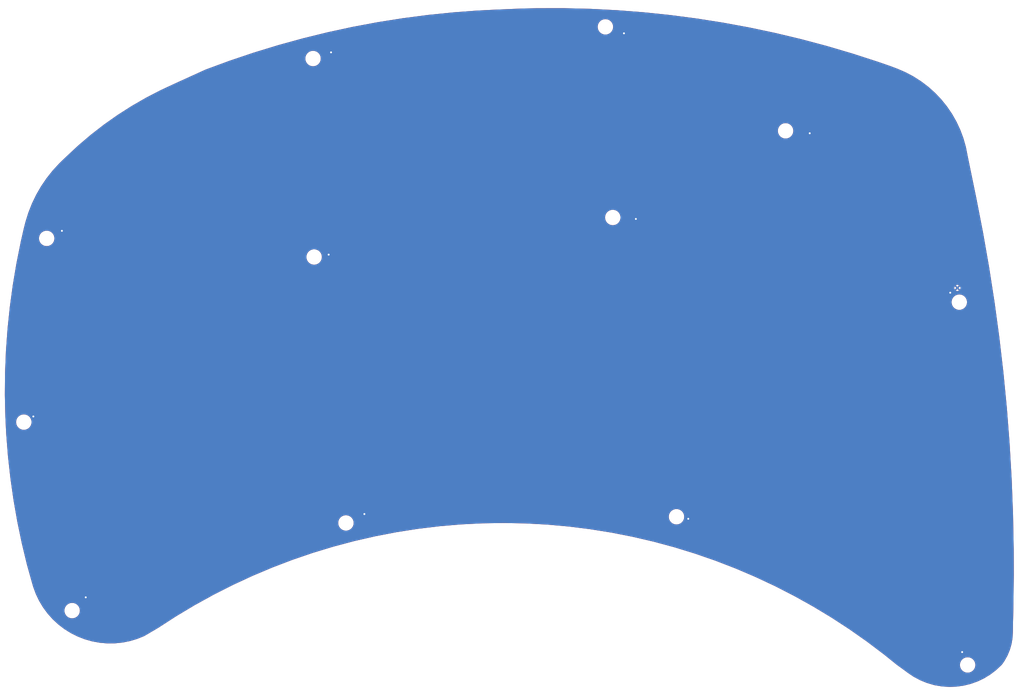
<source format=kicad_pcb>
(kicad_pcb (version 20171130) (host pcbnew "(5.1.5)-3")

  (general
    (thickness 1.6)
    (drawings 41)
    (tracks 12)
    (zones 0)
    (modules 1)
    (nets 2)
  )

  (page User 210.007 148.006)
  (title_block
    (title fan74)
    (rev v1.0)
  )

  (layers
    (0 F.Cu signal)
    (31 B.Cu signal)
    (32 B.Adhes user)
    (33 F.Adhes user)
    (34 B.Paste user)
    (35 F.Paste user)
    (36 B.SilkS user)
    (37 F.SilkS user)
    (38 B.Mask user)
    (39 F.Mask user)
    (40 Dwgs.User user)
    (41 Cmts.User user hide)
    (42 Eco1.User user)
    (43 Eco2.User user)
    (44 Edge.Cuts user)
    (45 Margin user)
    (46 B.CrtYd user)
    (47 F.CrtYd user)
    (48 B.Fab user)
    (49 F.Fab user)
  )

  (setup
    (last_trace_width 0.25)
    (user_trace_width 0.25)
    (user_trace_width 0.5)
    (trace_clearance 0.2)
    (zone_clearance 0.508)
    (zone_45_only no)
    (trace_min 0.2)
    (via_size 0.8)
    (via_drill 0.4)
    (via_min_size 0.4)
    (via_min_drill 0.3)
    (uvia_size 0.3)
    (uvia_drill 0.1)
    (uvias_allowed no)
    (uvia_min_size 0.2)
    (uvia_min_drill 0.1)
    (edge_width 0.1)
    (segment_width 0.2)
    (pcb_text_width 0.3)
    (pcb_text_size 1.5 1.5)
    (mod_edge_width 0.15)
    (mod_text_size 1 1)
    (mod_text_width 0.15)
    (pad_size 0.3 0.3)
    (pad_drill 0)
    (pad_to_mask_clearance 0)
    (aux_axis_origin 0 0)
    (visible_elements 7FFFF7FF)
    (pcbplotparams
      (layerselection 0x010f0_ffffffff)
      (usegerberextensions false)
      (usegerberattributes false)
      (usegerberadvancedattributes false)
      (creategerberjobfile false)
      (excludeedgelayer true)
      (linewidth 0.100000)
      (plotframeref false)
      (viasonmask false)
      (mode 1)
      (useauxorigin false)
      (hpglpennumber 1)
      (hpglpenspeed 20)
      (hpglpendiameter 15.000000)
      (psnegative false)
      (psa4output false)
      (plotreference false)
      (plotvalue false)
      (plotinvisibletext false)
      (padsonsilk true)
      (subtractmaskfromsilk false)
      (outputformat 1)
      (mirror false)
      (drillshape 0)
      (scaleselection 1)
      (outputdirectory "gbr/"))
  )

  (net 0 "")
  (net 1 GND)

  (net_class Default "これはデフォルトのネット クラスです。"
    (clearance 0.2)
    (trace_width 0.25)
    (via_dia 0.8)
    (via_drill 0.4)
    (uvia_dia 0.3)
    (uvia_drill 0.1)
    (add_net GND)
  )

  (net_class Power ""
    (clearance 0.3)
    (trace_width 0.5)
    (via_dia 0.8)
    (via_drill 0.4)
    (uvia_dia 0.3)
    (uvia_drill 0.1)
  )

  (module kbd:GND_pad_dot (layer F.Cu) (tedit 5E6FA579) (tstamp 5E6FFA6E)
    (at 201 60.5)
    (path /5E706D68)
    (fp_text reference H1 (at 0 -2.54) (layer F.SilkS) hide
      (effects (font (size 1 1) (thickness 0.15)))
    )
    (fp_text value MountingHole_Pad (at 0.05 1.85) (layer F.Fab) hide
      (effects (font (size 1 1) (thickness 0.15)))
    )
    (pad 3 smd circle (at 0 0) (size 0.3 0.3) (layers B.Cu)
      (net 1 GND))
    (pad 1 smd circle (at 0 0) (size 0.3 0.3) (layers F.Cu)
      (net 1 GND))
  )

  (gr_circle (center 201.402 63.485) (end 202.501999 63.485) (layer Edge.Cuts) (width 0.001))
  (gr_circle (center 203.154 139.71) (end 204.254 139.71) (layer Edge.Cuts) (width 0.001))
  (gr_circle (center 65.9526 53.9959) (end 67.0526 53.9959) (layer Edge.Cuts) (width 0.001))
  (gr_circle (center 128.652999 45.6959) (end 129.752999 45.6959) (layer Edge.Cuts) (width 0.001))
  (gr_circle (center 15.1467 128.288) (end 16.2467 128.288) (layer Edge.Cuts) (width 0.001))
  (gr_circle (center 72.6283 109.87) (end 73.728299 109.87) (layer Edge.Cuts) (width 0.001))
  (gr_circle (center 9.802 50.085) (end 10.902 50.085) (layer Edge.Cuts) (width 0.001))
  (gr_circle (center 127.103 5.64594) (end 128.203 5.64594) (layer Edge.Cuts) (width 0.001))
  (gr_circle (center 65.7257 12.2997) (end 66.8257 12.2997) (layer Edge.Cuts) (width 0.001))
  (gr_circle (center 5.002 88.685) (end 6.102 88.685) (layer Edge.Cuts) (width 0.001))
  (gr_circle (center 142.028 108.57) (end 143.128 108.57) (layer Edge.Cuts) (width 0.001))
  (gr_circle (center 164.929 27.489) (end 166.029 27.489) (layer Edge.Cuts) (width 0.001))
  (gr_line (start 210.557 140.148) (end 210.56 140.144) (layer Edge.Cuts) (width 0.001))
  (gr_arc (start 199.499 129.418) (end 189.904114 141.473512) (angle -25) (layer Edge.Cuts) (width 0.001))
  (gr_arc (start 199.499 129.418) (end 195.89796 144.398979) (angle -59.3774) (layer Edge.Cuts) (width 0.001))
  (gr_line (start 213.181 130.883999) (end 213.155 132.704) (layer Edge.Cuts) (width 0.001))
  (gr_arc (start -174.746 119.331) (end 213.180994 130.884386) (angle -1.4878) (layer Edge.Cuts) (width 0.001))
  (gr_arc (start 201.363 132.808) (end 210.810713 139.864843) (angle -37.262715) (layer Edge.Cuts) (width 0.001))
  (gr_arc (start 115.804 215.467) (end 112.752494 1.218729) (angle -2.32) (layer Edge.Cuts) (width 0.001))
  (gr_line (start 104.082 1.5179) (end 100.095 1.7231) (layer Edge.Cuts) (width 0.001))
  (gr_line (start 42.973 14.1481) (end 36.081 17.2844) (layer Edge.Cuts) (width 0.001))
  (gr_arc (start 111.947 193.728) (end 100.095793 1.722399) (angle -17.479) (layer Edge.Cuts) (width 0.001))
  (gr_arc (start 32.220999 53.9344) (end 12.680944 33.38446) (angle -31.2) (layer Edge.Cuts) (width 0.001))
  (gr_line (start 4.862 46.4791) (end 4.481 47.9844) (layer Edge.Cuts) (width 0.001))
  (gr_line (start 187.958 140.061) (end 189.905 141.474) (layer Edge.Cuts) (width 0.001))
  (gr_line (start 33.4733 132.346) (end 30.5022 134.094) (layer Edge.Cuts) (width 0.001))
  (gr_line (start 13.552 32.555) (end 12.681 33.3844) (layer Edge.Cuts) (width 0.001))
  (gr_arc (start 67.408 87.755) (end 36.081093 17.28441) (angle -20.327) (layer Edge.Cuts) (width 0.001))
  (gr_line (start 6.229 122.553) (end 5.1625 118.743) (layer Edge.Cuts) (width 0.001))
  (gr_arc (start 148.081 81.984) (end 4.480852 47.985432) (angle -15.484) (layer Edge.Cuts) (width 0.001))
  (gr_arc (start 23.187 118.183) (end 6.228978 122.552857) (angle -100.2409) (layer Edge.Cuts) (width 0.001))
  (gr_line (start 205.46 41.4573) (end 203.654 32.6882) (layer Edge.Cuts) (width 0.001))
  (gr_arc (start 105.55 239.644) (end 187.95843 140.061172) (angle -73.5) (layer Edge.Cuts) (width 0.001))
  (gr_line (start 210.811 139.864) (end 210.56 140.144) (layer Edge.Cuts) (width 0.001))
  (gr_line (start 186.966 13.3611) (end 188.669 14.0019) (layer Edge.Cuts) (width 0.001))
  (gr_arc (start 179.964 36.334) (end 203.653791 32.68813) (angle -59.9558) (layer Edge.Cuts) (width 0.001))
  (gr_arc (start 115.802 215.448) (end 186.967854 13.361602) (angle -20.2155) (layer Edge.Cuts) (width 0.001))
  (gr_arc (start 148.08 81.984) (end 0.61624 87.556197) (angle -12.26) (layer Edge.Cuts) (width 0.001))
  (gr_arc (start -174.746 119.331) (end 213.350188 120.808319) (angle -11.7933) (layer Edge.Cuts) (width 0.001))
  (dimension 145 (width 0.15) (layer Cmts.User) (tstamp 5E6DBECA)
    (gr_text "145.000 mm" (at 229.15 72.5 270) (layer Cmts.User) (tstamp 5E6DBECA)
      (effects (font (size 10 10) (thickness 1)))
    )
    (feature1 (pts (xy 214 145) (xy 218.586421 145)))
    (feature2 (pts (xy 214 0) (xy 218.586421 0)))
    (crossbar (pts (xy 218 0) (xy 218 145)))
    (arrow1a (pts (xy 218 145) (xy 217.413579 143.873496)))
    (arrow1b (pts (xy 218 145) (xy 218.586421 143.873496)))
    (arrow2a (pts (xy 218 0) (xy 217.413579 1.126504)))
    (arrow2b (pts (xy 218 0) (xy 218.586421 1.126504)))
  )
  (dimension 214 (width 0.15) (layer Cmts.User) (tstamp 5E6D47E9)
    (gr_text "214.000 mm" (at 107 160.15) (layer Cmts.User) (tstamp 5E6D47E9)
      (effects (font (size 10 10) (thickness 1)))
    )
    (feature1 (pts (xy 214 145) (xy 214 149.586421)))
    (feature2 (pts (xy 0 145) (xy 0 149.586421)))
    (crossbar (pts (xy 0 149) (xy 214 149)))
    (arrow1a (pts (xy 214 149) (xy 212.873496 149.586421)))
    (arrow1b (pts (xy 214 149) (xy 212.873496 148.413579)))
    (arrow2a (pts (xy 0 149) (xy 1.126504 149.586421)))
    (arrow2b (pts (xy 0 149) (xy 1.126504 148.413579)))
  )

  (via (at 199.5 61.5) (size 0.8) (drill 0.4) (layers F.Cu B.Cu) (net 1))
  (via (at 7 87.5) (size 0.8) (drill 0.4) (layers F.Cu B.Cu) (net 1))
  (via (at 69 53.5) (size 0.8) (drill 0.4) (layers F.Cu B.Cu) (net 1))
  (via (at 133.5 46) (size 0.8) (drill 0.4) (layers F.Cu B.Cu) (net 1))
  (via (at 69.5 11) (size 0.8) (drill 0.4) (layers F.Cu B.Cu) (net 1))
  (via (at 13 48.5) (size 0.8) (drill 0.4) (layers F.Cu B.Cu) (net 1))
  (via (at 131 7) (size 0.8) (drill 0.4) (layers F.Cu B.Cu) (net 1))
  (via (at 170 28) (size 0.8) (drill 0.4) (layers F.Cu B.Cu) (net 1))
  (via (at 18 125.5) (size 0.8) (drill 0.4) (layers F.Cu B.Cu) (net 1))
  (via (at 76.5 108) (size 0.8) (drill 0.4) (layers F.Cu B.Cu) (net 1))
  (via (at 144.5 109) (size 0.8) (drill 0.4) (layers F.Cu B.Cu) (net 1))
  (via (at 202 137) (size 0.8) (drill 0.4) (layers F.Cu B.Cu) (net 1))

  (zone (net 1) (net_name GND) (layer B.Cu) (tstamp 0) (hatch edge 0.508)
    (connect_pads (clearance 0.508))
    (min_thickness 0.254)
    (fill yes (arc_segments 32) (thermal_gap 0.508) (thermal_bridge_width 0.508))
    (polygon
      (pts
        (xy 215 145) (xy 0 145) (xy 0 0) (xy 215 0)
      )
    )
    (filled_polygon
      (pts
        (xy 123.944475 1.987796) (xy 129.529424 2.274089) (xy 135.10499 2.706483) (xy 140.667253 3.284672) (xy 146.212567 4.008278)
        (xy 151.736979 4.876786) (xy 157.236765 5.889609) (xy 162.70816 7.046054) (xy 168.147389 8.345323) (xy 173.550781 9.786537)
        (xy 178.914589 11.368702) (xy 184.237197 13.091397) (xy 186.745956 13.957302) (xy 188.429077 14.590621) (xy 190.153926 15.34401)
        (xy 191.804482 16.228846) (xy 193.378754 17.243199) (xy 194.866599 18.380537) (xy 196.258444 19.63354) (xy 197.54532 20.994135)
        (xy 198.718923 22.45354) (xy 199.771718 24.002392) (xy 200.696894 25.630663) (xy 201.488507 27.327896) (xy 202.141454 29.083148)
        (xy 202.65153 30.88512) (xy 203.01784 32.73428) (xy 203.024053 32.774281) (xy 203.025268 32.785821) (xy 204.835379 41.574887)
        (xy 204.836146 41.578954) (xy 206.259887 48.886305) (xy 207.542033 56.213637) (xy 208.683272 63.564207) (xy 209.683189 70.935343)
        (xy 210.541418 78.32433) (xy 211.257632 85.728358) (xy 211.831583 93.144862) (xy 212.263048 100.570995) (xy 212.551872 108.004084)
        (xy 212.697962 115.442085) (xy 212.714675 120.805048) (xy 212.614918 128.245843) (xy 212.546448 130.839844) (xy 212.546011 130.843714)
        (xy 212.519789 132.679305) (xy 212.455689 133.992427) (xy 212.246041 135.259536) (xy 211.892143 136.494156) (xy 211.398689 137.679914)
        (xy 210.769043 138.80678) (xy 210.312211 139.468351) (xy 210.102892 139.701854) (xy 209.005982 140.723358) (xy 207.814839 141.626221)
        (xy 206.538556 142.404088) (xy 205.190193 143.049) (xy 203.783545 143.554354) (xy 202.333055 143.914963) (xy 200.853526 144.12715)
        (xy 199.36015 144.188732) (xy 197.868176 144.099085) (xy 196.380791 143.857152) (xy 196.058481 143.783764) (xy 194.612954 143.357883)
        (xy 193.229251 142.792754) (xy 191.909748 142.090689) (xy 190.658715 141.252689) (xy 190.312028 140.985552) (xy 190.303524 140.978003)
        (xy 188.346424 139.557674) (xy 188.321921 139.537931) (xy 201.406953 139.537931) (xy 201.406953 139.882069) (xy 201.474091 140.219595)
        (xy 201.605787 140.537537) (xy 201.79698 140.823677) (xy 202.040323 141.06702) (xy 202.326463 141.258213) (xy 202.644405 141.389909)
        (xy 202.981931 141.457047) (xy 203.326069 141.457047) (xy 203.663595 141.389909) (xy 203.981537 141.258213) (xy 204.267677 141.06702)
        (xy 204.51102 140.823677) (xy 204.702213 140.537537) (xy 204.833909 140.219595) (xy 204.901047 139.882069) (xy 204.901047 139.537931)
        (xy 204.833909 139.200405) (xy 204.702213 138.882463) (xy 204.51102 138.596323) (xy 204.267677 138.35298) (xy 203.981537 138.161787)
        (xy 203.663595 138.030091) (xy 203.326069 137.962953) (xy 202.981931 137.962953) (xy 202.644405 138.030091) (xy 202.326463 138.161787)
        (xy 202.040323 138.35298) (xy 201.79698 138.596323) (xy 201.605787 138.882463) (xy 201.474091 139.200405) (xy 201.406953 139.537931)
        (xy 188.321921 139.537931) (xy 185.722133 137.443236) (xy 185.714405 137.437229) (xy 185.706834 137.431291) (xy 182.108781 134.709217)
        (xy 182.108754 134.709196) (xy 182.090833 134.696124) (xy 178.399945 132.101257) (xy 178.397897 132.09987) (xy 178.381579 132.088818)
        (xy 174.602405 129.62436) (xy 174.602379 129.624342) (xy 174.583589 129.612552) (xy 170.720708 127.281487) (xy 170.720683 127.281471)
        (xy 170.709555 127.275018) (xy 170.701493 127.270343) (xy 170.701473 127.270333) (xy 166.759612 125.075508) (xy 166.759588 125.075494)
        (xy 166.749805 125.070269) (xy 166.740022 125.065043) (xy 166.739999 125.065032) (xy 162.723917 123.009103) (xy 162.703998 122.999341)
        (xy 162.703951 122.99932) (xy 158.618588 121.084813) (xy 158.598341 121.075752) (xy 158.598292 121.075732) (xy 154.448653 119.304989)
        (xy 154.448605 119.304968) (xy 154.428054 119.29662) (xy 150.219045 117.67174) (xy 150.198215 117.664113) (xy 150.198164 117.664096)
        (xy 145.935082 116.187121) (xy 145.935064 116.187115) (xy 145.91398 116.18022) (xy 141.601896 114.852908) (xy 141.60188 114.852903)
        (xy 141.580568 114.846748) (xy 137.224771 113.67073) (xy 137.203258 113.665323) (xy 132.809085 112.642039) (xy 132.809072 112.642036)
        (xy 132.787383 112.637383) (xy 128.360162 111.768074) (xy 128.338324 111.76418) (xy 123.883461 111.049909) (xy 123.880815 111.049532)
        (xy 123.861501 111.04678) (xy 119.384423 110.488416) (xy 119.381675 110.488122) (xy 119.362367 110.486056) (xy 114.868537 110.084282)
        (xy 114.868532 110.084281) (xy 114.846406 110.082691) (xy 110.341285 109.837992) (xy 110.319118 109.837176) (xy 105.808204 109.749854)
        (xy 105.808203 109.749854) (xy 105.78602 109.749812) (xy 105.786018 109.749812) (xy 101.274805 109.819971) (xy 101.252635 109.820703)
        (xy 96.746616 110.048258) (xy 96.724485 110.049763) (xy 92.229152 110.434438) (xy 92.207087 110.436715) (xy 87.727969 110.978034)
        (xy 87.727919 110.978039) (xy 87.708992 110.980663) (xy 87.705946 110.981085) (xy 87.705937 110.981087) (xy 83.248398 111.678401)
        (xy 83.226545 111.682211) (xy 83.226534 111.682213) (xy 78.796048 112.534669) (xy 78.774341 112.53924) (xy 78.774329 112.539243)
        (xy 74.376295 113.5458) (xy 74.354761 113.551125) (xy 74.354747 113.551129) (xy 69.994521 114.710562) (xy 69.973186 114.716636)
        (xy 65.656066 116.027537) (xy 65.634956 116.034351) (xy 65.634939 116.034357) (xy 61.366216 117.495118) (xy 61.345357 117.502665)
        (xy 61.345307 117.502685) (xy 57.130197 119.11152) (xy 57.109614 119.119791) (xy 57.109594 119.1198) (xy 52.953171 120.874772)
        (xy 52.932889 120.883756) (xy 48.84025 122.782715) (xy 48.840225 122.782726) (xy 48.820269 122.792412) (xy 44.796371 124.833057)
        (xy 44.776765 124.843434) (xy 44.776741 124.843448) (xy 40.826536 127.023268) (xy 40.819517 127.027303) (xy 40.807305 127.034322)
        (xy 36.935575 129.35068) (xy 36.935558 129.35069) (xy 36.928442 129.355118) (xy 36.916723 129.362409) (xy 36.916697 129.362426)
        (xy 33.141274 131.804015) (xy 30.220869 133.522191) (xy 28.762165 134.111276) (xy 27.23844 134.565255) (xy 25.678747 134.873824)
        (xy 24.096942 135.034244) (xy 22.507068 135.045092) (xy 20.923214 134.906268) (xy 19.359472 134.619011) (xy 17.82969 134.185865)
        (xy 16.347468 133.610678) (xy 14.925946 132.898551) (xy 13.57775 132.055806) (xy 12.314851 131.089929) (xy 11.14845 130.009485)
        (xy 10.088911 128.824076) (xy 9.566996 128.115931) (xy 13.399653 128.115931) (xy 13.399653 128.460069) (xy 13.466791 128.797595)
        (xy 13.598487 129.115537) (xy 13.78968 129.401677) (xy 14.033023 129.64502) (xy 14.319163 129.836213) (xy 14.637105 129.967909)
        (xy 14.974631 130.035047) (xy 15.318769 130.035047) (xy 15.656295 129.967909) (xy 15.974237 129.836213) (xy 16.260377 129.64502)
        (xy 16.50372 129.401677) (xy 16.694913 129.115537) (xy 16.826609 128.797595) (xy 16.893747 128.460069) (xy 16.893747 128.115931)
        (xy 16.826609 127.778405) (xy 16.694913 127.460463) (xy 16.50372 127.174323) (xy 16.260377 126.93098) (xy 15.974237 126.739787)
        (xy 15.656295 126.608091) (xy 15.318769 126.540953) (xy 14.974631 126.540953) (xy 14.637105 126.608091) (xy 14.319163 126.739787)
        (xy 14.033023 126.93098) (xy 13.78968 127.174323) (xy 13.598487 127.460463) (xy 13.466791 127.778405) (xy 13.399653 128.115931)
        (xy 9.566996 128.115931) (xy 9.145631 127.544216) (xy 8.326969 126.181246) (xy 7.640221 124.747307) (xy 7.089203 123.248946)
        (xy 6.83995 122.378005) (xy 6.839909 122.377885) (xy 5.778265 118.585236) (xy 4.698649 114.096593) (xy 3.785809 109.697931)
        (xy 70.881254 109.697931) (xy 70.881254 110.042069) (xy 70.948392 110.379594) (xy 71.080088 110.697537) (xy 71.271281 110.983677)
        (xy 71.514623 111.227019) (xy 71.800763 111.418212) (xy 72.118706 111.549908) (xy 72.456231 111.617046) (xy 72.800369 111.617046)
        (xy 73.137894 111.549908) (xy 73.455837 111.418212) (xy 73.741977 111.227019) (xy 73.985319 110.983677) (xy 74.176512 110.697537)
        (xy 74.308208 110.379594) (xy 74.375346 110.042069) (xy 74.375346 109.697931) (xy 74.308208 109.360406) (xy 74.176512 109.042463)
        (xy 73.985319 108.756323) (xy 73.741977 108.512981) (xy 73.569793 108.397931) (xy 140.280953 108.397931) (xy 140.280953 108.742069)
        (xy 140.348091 109.079595) (xy 140.479787 109.397537) (xy 140.67098 109.683677) (xy 140.914323 109.92702) (xy 141.200463 110.118213)
        (xy 141.518405 110.249909) (xy 141.855931 110.317047) (xy 142.200069 110.317047) (xy 142.537595 110.249909) (xy 142.855537 110.118213)
        (xy 143.141677 109.92702) (xy 143.38502 109.683677) (xy 143.576213 109.397537) (xy 143.707909 109.079595) (xy 143.775047 108.742069)
        (xy 143.775047 108.397931) (xy 143.707909 108.060405) (xy 143.576213 107.742463) (xy 143.38502 107.456323) (xy 143.141677 107.21298)
        (xy 142.855537 107.021787) (xy 142.537595 106.890091) (xy 142.200069 106.822953) (xy 141.855931 106.822953) (xy 141.518405 106.890091)
        (xy 141.200463 107.021787) (xy 140.914323 107.21298) (xy 140.67098 107.456323) (xy 140.479787 107.742463) (xy 140.348091 108.060405)
        (xy 140.280953 108.397931) (xy 73.569793 108.397931) (xy 73.455837 108.321788) (xy 73.137894 108.190092) (xy 72.800369 108.122954)
        (xy 72.456231 108.122954) (xy 72.118706 108.190092) (xy 71.800763 108.321788) (xy 71.514623 108.512981) (xy 71.271281 108.756323)
        (xy 71.080088 109.042463) (xy 70.948392 109.360406) (xy 70.881254 109.697931) (xy 3.785809 109.697931) (xy 3.760718 109.577028)
        (xy 2.965216 105.03026) (xy 2.312921 100.46072) (xy 1.804478 95.872924) (xy 1.440322 91.270529) (xy 1.300918 88.512931)
        (xy 3.254953 88.512931) (xy 3.254953 88.857069) (xy 3.322091 89.194595) (xy 3.453787 89.512537) (xy 3.64498 89.798677)
        (xy 3.888323 90.04202) (xy 4.174463 90.233213) (xy 4.492405 90.364909) (xy 4.829931 90.432047) (xy 5.174069 90.432047)
        (xy 5.511595 90.364909) (xy 5.829537 90.233213) (xy 6.115677 90.04202) (xy 6.35902 89.798677) (xy 6.550213 89.512537)
        (xy 6.681909 89.194595) (xy 6.749047 88.857069) (xy 6.749047 88.512931) (xy 6.681909 88.175405) (xy 6.550213 87.857463)
        (xy 6.35902 87.571323) (xy 6.115677 87.32798) (xy 5.829537 87.136787) (xy 5.511595 87.005091) (xy 5.174069 86.937953)
        (xy 4.829931 86.937953) (xy 4.492405 87.005091) (xy 4.174463 87.136787) (xy 3.888323 87.32798) (xy 3.64498 87.571323)
        (xy 3.453787 87.857463) (xy 3.322091 88.175405) (xy 3.254953 88.512931) (xy 1.300918 88.512931) (xy 1.251383 87.533082)
        (xy 1.149542 82.917472) (xy 1.192723 78.301789) (xy 1.380865 73.689721) (xy 1.713783 69.085837) (xy 2.191145 64.494721)
        (xy 2.351685 63.312931) (xy 199.654954 63.312931) (xy 199.654954 63.657069) (xy 199.722092 63.994594) (xy 199.853788 64.312537)
        (xy 200.044981 64.598677) (xy 200.288323 64.842019) (xy 200.574463 65.033212) (xy 200.892406 65.164908) (xy 201.229931 65.232046)
        (xy 201.574069 65.232046) (xy 201.911594 65.164908) (xy 202.229537 65.033212) (xy 202.515677 64.842019) (xy 202.759019 64.598677)
        (xy 202.950212 64.312537) (xy 203.081908 63.994594) (xy 203.149046 63.657069) (xy 203.149046 63.312931) (xy 203.081908 62.975406)
        (xy 202.950212 62.657463) (xy 202.759019 62.371323) (xy 202.515677 62.127981) (xy 202.229537 61.936788) (xy 201.911594 61.805092)
        (xy 201.574069 61.737954) (xy 201.229931 61.737954) (xy 200.892406 61.805092) (xy 200.574463 61.936788) (xy 200.288323 62.127981)
        (xy 200.044981 62.371323) (xy 199.853788 62.657463) (xy 199.722092 62.975406) (xy 199.654954 63.312931) (xy 2.351685 63.312931)
        (xy 2.645318 61.151399) (xy 200.555161 61.151399) (xy 200.690789 61.225667) (xy 200.838302 61.272047) (xy 200.992027 61.288759)
        (xy 201.146059 61.275158) (xy 201.294479 61.231769) (xy 201.431582 61.160259) (xy 201.444839 61.151399) (xy 201.428951 60.961478)
        (xy 201 60.532527) (xy 200.571049 60.961478) (xy 200.555161 61.151399) (xy 2.645318 61.151399) (xy 2.734891 60.492027)
        (xy 200.211241 60.492027) (xy 200.224842 60.646059) (xy 200.268231 60.794479) (xy 200.339741 60.931582) (xy 200.348601 60.944839)
        (xy 200.538522 60.928951) (xy 200.967473 60.5) (xy 201.032527 60.5) (xy 201.461478 60.928951) (xy 201.651399 60.944839)
        (xy 201.725667 60.809211) (xy 201.772047 60.661698) (xy 201.788759 60.507973) (xy 201.775158 60.353941) (xy 201.731769 60.205521)
        (xy 201.660259 60.068418) (xy 201.651399 60.055161) (xy 201.461478 60.071049) (xy 201.032527 60.5) (xy 200.967473 60.5)
        (xy 200.538522 60.071049) (xy 200.348601 60.055161) (xy 200.274333 60.190789) (xy 200.227953 60.338302) (xy 200.211241 60.492027)
        (xy 2.734891 60.492027) (xy 2.812487 59.920825) (xy 2.824619 59.848601) (xy 200.555161 59.848601) (xy 200.571049 60.038522)
        (xy 201 60.467473) (xy 201.428951 60.038522) (xy 201.444839 59.848601) (xy 201.309211 59.774333) (xy 201.161698 59.727953)
        (xy 201.007973 59.711241) (xy 200.853941 59.724842) (xy 200.705521 59.768231) (xy 200.568418 59.839741) (xy 200.555161 59.848601)
        (xy 2.824619 59.848601) (xy 3.577193 55.368701) (xy 3.886897 53.823831) (xy 64.205553 53.823831) (xy 64.205553 54.167969)
        (xy 64.272691 54.505495) (xy 64.404387 54.823437) (xy 64.59558 55.109577) (xy 64.838923 55.35292) (xy 65.125063 55.544113)
        (xy 65.443005 55.675809) (xy 65.780531 55.742947) (xy 66.124669 55.742947) (xy 66.462195 55.675809) (xy 66.780137 55.544113)
        (xy 67.066277 55.35292) (xy 67.30962 55.109577) (xy 67.500813 54.823437) (xy 67.632509 54.505495) (xy 67.699647 54.167969)
        (xy 67.699647 53.823831) (xy 67.632509 53.486305) (xy 67.500813 53.168363) (xy 67.30962 52.882223) (xy 67.066277 52.63888)
        (xy 66.780137 52.447687) (xy 66.462195 52.315991) (xy 66.124669 52.248853) (xy 65.780531 52.248853) (xy 65.443005 52.315991)
        (xy 65.125063 52.447687) (xy 64.838923 52.63888) (xy 64.59558 52.882223) (xy 64.404387 53.168363) (xy 64.272691 53.486305)
        (xy 64.205553 53.823831) (xy 3.886897 53.823831) (xy 4.484889 50.840929) (xy 4.69535 49.912931) (xy 8.054953 49.912931)
        (xy 8.054953 50.257069) (xy 8.122091 50.594595) (xy 8.253787 50.912537) (xy 8.44498 51.198677) (xy 8.688323 51.44202)
        (xy 8.974463 51.633213) (xy 9.292405 51.764909) (xy 9.629931 51.832047) (xy 9.974069 51.832047) (xy 10.311595 51.764909)
        (xy 10.629537 51.633213) (xy 10.915677 51.44202) (xy 11.15902 51.198677) (xy 11.350213 50.912537) (xy 11.481909 50.594595)
        (xy 11.549047 50.257069) (xy 11.549047 49.912931) (xy 11.481909 49.575405) (xy 11.350213 49.257463) (xy 11.15902 48.971323)
        (xy 10.915677 48.72798) (xy 10.629537 48.536787) (xy 10.311595 48.405091) (xy 9.974069 48.337953) (xy 9.629931 48.337953)
        (xy 9.292405 48.405091) (xy 8.974463 48.536787) (xy 8.688323 48.72798) (xy 8.44498 48.971323) (xy 8.253787 49.257463)
        (xy 8.122091 49.575405) (xy 8.054953 49.912931) (xy 4.69535 49.912931) (xy 5.099842 48.129389) (xy 5.475182 46.64645)
        (xy 5.825763 45.523831) (xy 126.905952 45.523831) (xy 126.905952 45.867969) (xy 126.97309 46.205495) (xy 127.104786 46.523437)
        (xy 127.295979 46.809577) (xy 127.539322 47.05292) (xy 127.825462 47.244113) (xy 128.143404 47.375809) (xy 128.48093 47.442947)
        (xy 128.825068 47.442947) (xy 129.162594 47.375809) (xy 129.480536 47.244113) (xy 129.766676 47.05292) (xy 130.010019 46.809577)
        (xy 130.201212 46.523437) (xy 130.332908 46.205495) (xy 130.400046 45.867969) (xy 130.400046 45.523831) (xy 130.332908 45.186305)
        (xy 130.201212 44.868363) (xy 130.010019 44.582223) (xy 129.766676 44.33888) (xy 129.480536 44.147687) (xy 129.162594 44.015991)
        (xy 128.825068 43.948853) (xy 128.48093 43.948853) (xy 128.143404 44.015991) (xy 127.825462 44.147687) (xy 127.539322 44.33888)
        (xy 127.295979 44.582223) (xy 127.104786 44.868363) (xy 126.97309 45.186305) (xy 126.905952 45.523831) (xy 5.825763 45.523831)
        (xy 6.080871 44.706938) (xy 6.826874 42.817262) (xy 7.709267 40.987301) (xy 8.723309 39.226887) (xy 9.863566 37.545455)
        (xy 11.123908 35.952044) (xy 12.50206 34.450319) (xy 13.122895 33.841142) (xy 13.979641 33.025317) (xy 13.980532 33.02454)
        (xy 13.985423 33.020028) (xy 16.534345 30.643618) (xy 19.177468 28.394622) (xy 20.567119 27.316931) (xy 163.181953 27.316931)
        (xy 163.181953 27.661069) (xy 163.249091 27.998595) (xy 163.380787 28.316537) (xy 163.57198 28.602677) (xy 163.815323 28.84602)
        (xy 164.101463 29.037213) (xy 164.419405 29.168909) (xy 164.756931 29.236047) (xy 165.101069 29.236047) (xy 165.438595 29.168909)
        (xy 165.756537 29.037213) (xy 166.042677 28.84602) (xy 166.28602 28.602677) (xy 166.477213 28.316537) (xy 166.608909 27.998595)
        (xy 166.676047 27.661069) (xy 166.676047 27.316931) (xy 166.608909 26.979405) (xy 166.477213 26.661463) (xy 166.28602 26.375323)
        (xy 166.042677 26.13198) (xy 165.756537 25.940787) (xy 165.438595 25.809091) (xy 165.101069 25.741953) (xy 164.756931 25.741953)
        (xy 164.419405 25.809091) (xy 164.101463 25.940787) (xy 163.815323 26.13198) (xy 163.57198 26.375323) (xy 163.380787 26.661463)
        (xy 163.249091 26.979405) (xy 163.181953 27.316931) (xy 20.567119 27.316931) (xy 21.919871 26.267857) (xy 24.755949 24.26767)
        (xy 27.679827 22.398202) (xy 30.685508 20.663293) (xy 33.767936 19.065923) (xy 36.349973 17.860226) (xy 36.350461 17.859985)
        (xy 43.22268 14.732687) (xy 48.22522 12.89102) (xy 50.492144 12.127631) (xy 63.978653 12.127631) (xy 63.978653 12.471769)
        (xy 64.045791 12.809295) (xy 64.177487 13.127237) (xy 64.36868 13.413377) (xy 64.612023 13.65672) (xy 64.898163 13.847913)
        (xy 65.216105 13.979609) (xy 65.553631 14.046747) (xy 65.897769 14.046747) (xy 66.235295 13.979609) (xy 66.553237 13.847913)
        (xy 66.839377 13.65672) (xy 67.08272 13.413377) (xy 67.273913 13.127237) (xy 67.405609 12.809295) (xy 67.472747 12.471769)
        (xy 67.472747 12.127631) (xy 67.405609 11.790105) (xy 67.273913 11.472163) (xy 67.08272 11.186023) (xy 66.839377 10.94268)
        (xy 66.553237 10.751487) (xy 66.235295 10.619791) (xy 65.897769 10.552653) (xy 65.553631 10.552653) (xy 65.216105 10.619791)
        (xy 64.898163 10.751487) (xy 64.612023 10.94268) (xy 64.36868 11.186023) (xy 64.177487 11.472163) (xy 64.045791 11.790105)
        (xy 63.978653 12.127631) (xy 50.492144 12.127631) (xy 53.299338 11.182306) (xy 58.419183 9.615938) (xy 63.580724 8.193147)
        (xy 68.780051 6.915011) (xy 74.012996 5.782556) (xy 75.660689 5.473871) (xy 125.355953 5.473871) (xy 125.355953 5.818009)
        (xy 125.423091 6.155535) (xy 125.554787 6.473477) (xy 125.74598 6.759617) (xy 125.989323 7.00296) (xy 126.275463 7.194153)
        (xy 126.593405 7.325849) (xy 126.930931 7.392987) (xy 127.275069 7.392987) (xy 127.612595 7.325849) (xy 127.930537 7.194153)
        (xy 128.216677 7.00296) (xy 128.46002 6.759617) (xy 128.651213 6.473477) (xy 128.782909 6.155535) (xy 128.850047 5.818009)
        (xy 128.850047 5.473871) (xy 128.782909 5.136345) (xy 128.651213 4.818403) (xy 128.46002 4.532263) (xy 128.216677 4.28892)
        (xy 127.930537 4.097727) (xy 127.612595 3.966031) (xy 127.275069 3.898893) (xy 126.930931 3.898893) (xy 126.593405 3.966031)
        (xy 126.275463 4.097727) (xy 125.989323 4.28892) (xy 125.74598 4.532263) (xy 125.554787 4.818403) (xy 125.423091 5.136345)
        (xy 125.355953 5.473871) (xy 75.660689 5.473871) (xy 79.275528 4.796654) (xy 84.563561 3.958071) (xy 89.87291 3.26747)
        (xy 95.199794 2.725352) (xy 100.107389 2.358803) (xy 104.11411 2.152588) (xy 109.706658 1.91956) (xy 112.761034 1.854192)
        (xy 118.353964 1.847798)
      )
    )
  )
  (zone (net 1) (net_name GND) (layer F.Cu) (tstamp 5E700990) (hatch edge 0.508)
    (connect_pads (clearance 0.508))
    (min_thickness 0.254)
    (fill yes (arc_segments 32) (thermal_gap 0.508) (thermal_bridge_width 0.508))
    (polygon
      (pts
        (xy 215 145) (xy 0 145) (xy 0 0) (xy 215 0)
      )
    )
    (filled_polygon
      (pts
        (xy 123.944475 1.987796) (xy 129.529424 2.274089) (xy 135.10499 2.706483) (xy 140.667253 3.284672) (xy 146.212567 4.008278)
        (xy 151.736979 4.876786) (xy 157.236765 5.889609) (xy 162.70816 7.046054) (xy 168.147389 8.345323) (xy 173.550781 9.786537)
        (xy 178.914589 11.368702) (xy 184.237197 13.091397) (xy 186.745956 13.957302) (xy 188.429077 14.590621) (xy 190.153926 15.34401)
        (xy 191.804482 16.228846) (xy 193.378754 17.243199) (xy 194.866599 18.380537) (xy 196.258444 19.63354) (xy 197.54532 20.994135)
        (xy 198.718923 22.45354) (xy 199.771718 24.002392) (xy 200.696894 25.630663) (xy 201.488507 27.327896) (xy 202.141454 29.083148)
        (xy 202.65153 30.88512) (xy 203.01784 32.73428) (xy 203.024053 32.774281) (xy 203.025268 32.785821) (xy 204.835379 41.574887)
        (xy 204.836146 41.578954) (xy 206.259887 48.886305) (xy 207.542033 56.213637) (xy 208.683272 63.564207) (xy 209.683189 70.935343)
        (xy 210.541418 78.32433) (xy 211.257632 85.728358) (xy 211.831583 93.144862) (xy 212.263048 100.570995) (xy 212.551872 108.004084)
        (xy 212.697962 115.442085) (xy 212.714675 120.805048) (xy 212.614918 128.245843) (xy 212.546448 130.839844) (xy 212.546011 130.843714)
        (xy 212.519789 132.679305) (xy 212.455689 133.992427) (xy 212.246041 135.259536) (xy 211.892143 136.494156) (xy 211.398689 137.679914)
        (xy 210.769043 138.80678) (xy 210.312211 139.468351) (xy 210.102892 139.701854) (xy 209.005982 140.723358) (xy 207.814839 141.626221)
        (xy 206.538556 142.404088) (xy 205.190193 143.049) (xy 203.783545 143.554354) (xy 202.333055 143.914963) (xy 200.853526 144.12715)
        (xy 199.36015 144.188732) (xy 197.868176 144.099085) (xy 196.380791 143.857152) (xy 196.058481 143.783764) (xy 194.612954 143.357883)
        (xy 193.229251 142.792754) (xy 191.909748 142.090689) (xy 190.658715 141.252689) (xy 190.312028 140.985552) (xy 190.303524 140.978003)
        (xy 188.346424 139.557674) (xy 188.321921 139.537931) (xy 201.406953 139.537931) (xy 201.406953 139.882069) (xy 201.474091 140.219595)
        (xy 201.605787 140.537537) (xy 201.79698 140.823677) (xy 202.040323 141.06702) (xy 202.326463 141.258213) (xy 202.644405 141.389909)
        (xy 202.981931 141.457047) (xy 203.326069 141.457047) (xy 203.663595 141.389909) (xy 203.981537 141.258213) (xy 204.267677 141.06702)
        (xy 204.51102 140.823677) (xy 204.702213 140.537537) (xy 204.833909 140.219595) (xy 204.901047 139.882069) (xy 204.901047 139.537931)
        (xy 204.833909 139.200405) (xy 204.702213 138.882463) (xy 204.51102 138.596323) (xy 204.267677 138.35298) (xy 203.981537 138.161787)
        (xy 203.663595 138.030091) (xy 203.326069 137.962953) (xy 202.981931 137.962953) (xy 202.644405 138.030091) (xy 202.326463 138.161787)
        (xy 202.040323 138.35298) (xy 201.79698 138.596323) (xy 201.605787 138.882463) (xy 201.474091 139.200405) (xy 201.406953 139.537931)
        (xy 188.321921 139.537931) (xy 185.722133 137.443236) (xy 185.714405 137.437229) (xy 185.706834 137.431291) (xy 182.108781 134.709217)
        (xy 182.108754 134.709196) (xy 182.090833 134.696124) (xy 178.399945 132.101257) (xy 178.397897 132.09987) (xy 178.381579 132.088818)
        (xy 174.602405 129.62436) (xy 174.602379 129.624342) (xy 174.583589 129.612552) (xy 170.720708 127.281487) (xy 170.720683 127.281471)
        (xy 170.709555 127.275018) (xy 170.701493 127.270343) (xy 170.701473 127.270333) (xy 166.759612 125.075508) (xy 166.759588 125.075494)
        (xy 166.749805 125.070269) (xy 166.740022 125.065043) (xy 166.739999 125.065032) (xy 162.723917 123.009103) (xy 162.703998 122.999341)
        (xy 162.703951 122.99932) (xy 158.618588 121.084813) (xy 158.598341 121.075752) (xy 158.598292 121.075732) (xy 154.448653 119.304989)
        (xy 154.448605 119.304968) (xy 154.428054 119.29662) (xy 150.219045 117.67174) (xy 150.198215 117.664113) (xy 150.198164 117.664096)
        (xy 145.935082 116.187121) (xy 145.935064 116.187115) (xy 145.91398 116.18022) (xy 141.601896 114.852908) (xy 141.60188 114.852903)
        (xy 141.580568 114.846748) (xy 137.224771 113.67073) (xy 137.203258 113.665323) (xy 132.809085 112.642039) (xy 132.809072 112.642036)
        (xy 132.787383 112.637383) (xy 128.360162 111.768074) (xy 128.338324 111.76418) (xy 123.883461 111.049909) (xy 123.880815 111.049532)
        (xy 123.861501 111.04678) (xy 119.384423 110.488416) (xy 119.381675 110.488122) (xy 119.362367 110.486056) (xy 114.868537 110.084282)
        (xy 114.868532 110.084281) (xy 114.846406 110.082691) (xy 110.341285 109.837992) (xy 110.319118 109.837176) (xy 105.808204 109.749854)
        (xy 105.808203 109.749854) (xy 105.78602 109.749812) (xy 105.786018 109.749812) (xy 101.274805 109.819971) (xy 101.252635 109.820703)
        (xy 96.746616 110.048258) (xy 96.724485 110.049763) (xy 92.229152 110.434438) (xy 92.207087 110.436715) (xy 87.727969 110.978034)
        (xy 87.727919 110.978039) (xy 87.708992 110.980663) (xy 87.705946 110.981085) (xy 87.705937 110.981087) (xy 83.248398 111.678401)
        (xy 83.226545 111.682211) (xy 83.226534 111.682213) (xy 78.796048 112.534669) (xy 78.774341 112.53924) (xy 78.774329 112.539243)
        (xy 74.376295 113.5458) (xy 74.354761 113.551125) (xy 74.354747 113.551129) (xy 69.994521 114.710562) (xy 69.973186 114.716636)
        (xy 65.656066 116.027537) (xy 65.634956 116.034351) (xy 65.634939 116.034357) (xy 61.366216 117.495118) (xy 61.345357 117.502665)
        (xy 61.345307 117.502685) (xy 57.130197 119.11152) (xy 57.109614 119.119791) (xy 57.109594 119.1198) (xy 52.953171 120.874772)
        (xy 52.932889 120.883756) (xy 48.84025 122.782715) (xy 48.840225 122.782726) (xy 48.820269 122.792412) (xy 44.796371 124.833057)
        (xy 44.776765 124.843434) (xy 44.776741 124.843448) (xy 40.826536 127.023268) (xy 40.819517 127.027303) (xy 40.807305 127.034322)
        (xy 36.935575 129.35068) (xy 36.935558 129.35069) (xy 36.928442 129.355118) (xy 36.916723 129.362409) (xy 36.916697 129.362426)
        (xy 33.141274 131.804015) (xy 30.220869 133.522191) (xy 28.762165 134.111276) (xy 27.23844 134.565255) (xy 25.678747 134.873824)
        (xy 24.096942 135.034244) (xy 22.507068 135.045092) (xy 20.923214 134.906268) (xy 19.359472 134.619011) (xy 17.82969 134.185865)
        (xy 16.347468 133.610678) (xy 14.925946 132.898551) (xy 13.57775 132.055806) (xy 12.314851 131.089929) (xy 11.14845 130.009485)
        (xy 10.088911 128.824076) (xy 9.566996 128.115931) (xy 13.399653 128.115931) (xy 13.399653 128.460069) (xy 13.466791 128.797595)
        (xy 13.598487 129.115537) (xy 13.78968 129.401677) (xy 14.033023 129.64502) (xy 14.319163 129.836213) (xy 14.637105 129.967909)
        (xy 14.974631 130.035047) (xy 15.318769 130.035047) (xy 15.656295 129.967909) (xy 15.974237 129.836213) (xy 16.260377 129.64502)
        (xy 16.50372 129.401677) (xy 16.694913 129.115537) (xy 16.826609 128.797595) (xy 16.893747 128.460069) (xy 16.893747 128.115931)
        (xy 16.826609 127.778405) (xy 16.694913 127.460463) (xy 16.50372 127.174323) (xy 16.260377 126.93098) (xy 15.974237 126.739787)
        (xy 15.656295 126.608091) (xy 15.318769 126.540953) (xy 14.974631 126.540953) (xy 14.637105 126.608091) (xy 14.319163 126.739787)
        (xy 14.033023 126.93098) (xy 13.78968 127.174323) (xy 13.598487 127.460463) (xy 13.466791 127.778405) (xy 13.399653 128.115931)
        (xy 9.566996 128.115931) (xy 9.145631 127.544216) (xy 8.326969 126.181246) (xy 7.640221 124.747307) (xy 7.089203 123.248946)
        (xy 6.83995 122.378005) (xy 6.839909 122.377885) (xy 5.778265 118.585236) (xy 4.698649 114.096593) (xy 3.785809 109.697931)
        (xy 70.881254 109.697931) (xy 70.881254 110.042069) (xy 70.948392 110.379594) (xy 71.080088 110.697537) (xy 71.271281 110.983677)
        (xy 71.514623 111.227019) (xy 71.800763 111.418212) (xy 72.118706 111.549908) (xy 72.456231 111.617046) (xy 72.800369 111.617046)
        (xy 73.137894 111.549908) (xy 73.455837 111.418212) (xy 73.741977 111.227019) (xy 73.985319 110.983677) (xy 74.176512 110.697537)
        (xy 74.308208 110.379594) (xy 74.375346 110.042069) (xy 74.375346 109.697931) (xy 74.308208 109.360406) (xy 74.176512 109.042463)
        (xy 73.985319 108.756323) (xy 73.741977 108.512981) (xy 73.569793 108.397931) (xy 140.280953 108.397931) (xy 140.280953 108.742069)
        (xy 140.348091 109.079595) (xy 140.479787 109.397537) (xy 140.67098 109.683677) (xy 140.914323 109.92702) (xy 141.200463 110.118213)
        (xy 141.518405 110.249909) (xy 141.855931 110.317047) (xy 142.200069 110.317047) (xy 142.537595 110.249909) (xy 142.855537 110.118213)
        (xy 143.141677 109.92702) (xy 143.38502 109.683677) (xy 143.576213 109.397537) (xy 143.707909 109.079595) (xy 143.775047 108.742069)
        (xy 143.775047 108.397931) (xy 143.707909 108.060405) (xy 143.576213 107.742463) (xy 143.38502 107.456323) (xy 143.141677 107.21298)
        (xy 142.855537 107.021787) (xy 142.537595 106.890091) (xy 142.200069 106.822953) (xy 141.855931 106.822953) (xy 141.518405 106.890091)
        (xy 141.200463 107.021787) (xy 140.914323 107.21298) (xy 140.67098 107.456323) (xy 140.479787 107.742463) (xy 140.348091 108.060405)
        (xy 140.280953 108.397931) (xy 73.569793 108.397931) (xy 73.455837 108.321788) (xy 73.137894 108.190092) (xy 72.800369 108.122954)
        (xy 72.456231 108.122954) (xy 72.118706 108.190092) (xy 71.800763 108.321788) (xy 71.514623 108.512981) (xy 71.271281 108.756323)
        (xy 71.080088 109.042463) (xy 70.948392 109.360406) (xy 70.881254 109.697931) (xy 3.785809 109.697931) (xy 3.760718 109.577028)
        (xy 2.965216 105.03026) (xy 2.312921 100.46072) (xy 1.804478 95.872924) (xy 1.440322 91.270529) (xy 1.300918 88.512931)
        (xy 3.254953 88.512931) (xy 3.254953 88.857069) (xy 3.322091 89.194595) (xy 3.453787 89.512537) (xy 3.64498 89.798677)
        (xy 3.888323 90.04202) (xy 4.174463 90.233213) (xy 4.492405 90.364909) (xy 4.829931 90.432047) (xy 5.174069 90.432047)
        (xy 5.511595 90.364909) (xy 5.829537 90.233213) (xy 6.115677 90.04202) (xy 6.35902 89.798677) (xy 6.550213 89.512537)
        (xy 6.681909 89.194595) (xy 6.749047 88.857069) (xy 6.749047 88.512931) (xy 6.681909 88.175405) (xy 6.550213 87.857463)
        (xy 6.35902 87.571323) (xy 6.115677 87.32798) (xy 5.829537 87.136787) (xy 5.511595 87.005091) (xy 5.174069 86.937953)
        (xy 4.829931 86.937953) (xy 4.492405 87.005091) (xy 4.174463 87.136787) (xy 3.888323 87.32798) (xy 3.64498 87.571323)
        (xy 3.453787 87.857463) (xy 3.322091 88.175405) (xy 3.254953 88.512931) (xy 1.300918 88.512931) (xy 1.251383 87.533082)
        (xy 1.149542 82.917472) (xy 1.192723 78.301789) (xy 1.380865 73.689721) (xy 1.713783 69.085837) (xy 2.191145 64.494721)
        (xy 2.351685 63.312931) (xy 199.654954 63.312931) (xy 199.654954 63.657069) (xy 199.722092 63.994594) (xy 199.853788 64.312537)
        (xy 200.044981 64.598677) (xy 200.288323 64.842019) (xy 200.574463 65.033212) (xy 200.892406 65.164908) (xy 201.229931 65.232046)
        (xy 201.574069 65.232046) (xy 201.911594 65.164908) (xy 202.229537 65.033212) (xy 202.515677 64.842019) (xy 202.759019 64.598677)
        (xy 202.950212 64.312537) (xy 203.081908 63.994594) (xy 203.149046 63.657069) (xy 203.149046 63.312931) (xy 203.081908 62.975406)
        (xy 202.950212 62.657463) (xy 202.759019 62.371323) (xy 202.515677 62.127981) (xy 202.229537 61.936788) (xy 201.911594 61.805092)
        (xy 201.574069 61.737954) (xy 201.229931 61.737954) (xy 200.892406 61.805092) (xy 200.574463 61.936788) (xy 200.288323 62.127981)
        (xy 200.044981 62.371323) (xy 199.853788 62.657463) (xy 199.722092 62.975406) (xy 199.654954 63.312931) (xy 2.351685 63.312931)
        (xy 2.645318 61.151399) (xy 200.555161 61.151399) (xy 200.690789 61.225667) (xy 200.838302 61.272047) (xy 200.992027 61.288759)
        (xy 201.146059 61.275158) (xy 201.294479 61.231769) (xy 201.431582 61.160259) (xy 201.444839 61.151399) (xy 201.428951 60.961478)
        (xy 201 60.532527) (xy 200.571049 60.961478) (xy 200.555161 61.151399) (xy 2.645318 61.151399) (xy 2.734891 60.492027)
        (xy 200.211241 60.492027) (xy 200.224842 60.646059) (xy 200.268231 60.794479) (xy 200.339741 60.931582) (xy 200.348601 60.944839)
        (xy 200.538522 60.928951) (xy 200.967473 60.5) (xy 201.032527 60.5) (xy 201.461478 60.928951) (xy 201.651399 60.944839)
        (xy 201.725667 60.809211) (xy 201.772047 60.661698) (xy 201.788759 60.507973) (xy 201.775158 60.353941) (xy 201.731769 60.205521)
        (xy 201.660259 60.068418) (xy 201.651399 60.055161) (xy 201.461478 60.071049) (xy 201.032527 60.5) (xy 200.967473 60.5)
        (xy 200.538522 60.071049) (xy 200.348601 60.055161) (xy 200.274333 60.190789) (xy 200.227953 60.338302) (xy 200.211241 60.492027)
        (xy 2.734891 60.492027) (xy 2.812487 59.920825) (xy 2.824619 59.848601) (xy 200.555161 59.848601) (xy 200.571049 60.038522)
        (xy 201 60.467473) (xy 201.428951 60.038522) (xy 201.444839 59.848601) (xy 201.309211 59.774333) (xy 201.161698 59.727953)
        (xy 201.007973 59.711241) (xy 200.853941 59.724842) (xy 200.705521 59.768231) (xy 200.568418 59.839741) (xy 200.555161 59.848601)
        (xy 2.824619 59.848601) (xy 3.577193 55.368701) (xy 3.886897 53.823831) (xy 64.205553 53.823831) (xy 64.205553 54.167969)
        (xy 64.272691 54.505495) (xy 64.404387 54.823437) (xy 64.59558 55.109577) (xy 64.838923 55.35292) (xy 65.125063 55.544113)
        (xy 65.443005 55.675809) (xy 65.780531 55.742947) (xy 66.124669 55.742947) (xy 66.462195 55.675809) (xy 66.780137 55.544113)
        (xy 67.066277 55.35292) (xy 67.30962 55.109577) (xy 67.500813 54.823437) (xy 67.632509 54.505495) (xy 67.699647 54.167969)
        (xy 67.699647 53.823831) (xy 67.632509 53.486305) (xy 67.500813 53.168363) (xy 67.30962 52.882223) (xy 67.066277 52.63888)
        (xy 66.780137 52.447687) (xy 66.462195 52.315991) (xy 66.124669 52.248853) (xy 65.780531 52.248853) (xy 65.443005 52.315991)
        (xy 65.125063 52.447687) (xy 64.838923 52.63888) (xy 64.59558 52.882223) (xy 64.404387 53.168363) (xy 64.272691 53.486305)
        (xy 64.205553 53.823831) (xy 3.886897 53.823831) (xy 4.484889 50.840929) (xy 4.69535 49.912931) (xy 8.054953 49.912931)
        (xy 8.054953 50.257069) (xy 8.122091 50.594595) (xy 8.253787 50.912537) (xy 8.44498 51.198677) (xy 8.688323 51.44202)
        (xy 8.974463 51.633213) (xy 9.292405 51.764909) (xy 9.629931 51.832047) (xy 9.974069 51.832047) (xy 10.311595 51.764909)
        (xy 10.629537 51.633213) (xy 10.915677 51.44202) (xy 11.15902 51.198677) (xy 11.350213 50.912537) (xy 11.481909 50.594595)
        (xy 11.549047 50.257069) (xy 11.549047 49.912931) (xy 11.481909 49.575405) (xy 11.350213 49.257463) (xy 11.15902 48.971323)
        (xy 10.915677 48.72798) (xy 10.629537 48.536787) (xy 10.311595 48.405091) (xy 9.974069 48.337953) (xy 9.629931 48.337953)
        (xy 9.292405 48.405091) (xy 8.974463 48.536787) (xy 8.688323 48.72798) (xy 8.44498 48.971323) (xy 8.253787 49.257463)
        (xy 8.122091 49.575405) (xy 8.054953 49.912931) (xy 4.69535 49.912931) (xy 5.099842 48.129389) (xy 5.475182 46.64645)
        (xy 5.825763 45.523831) (xy 126.905952 45.523831) (xy 126.905952 45.867969) (xy 126.97309 46.205495) (xy 127.104786 46.523437)
        (xy 127.295979 46.809577) (xy 127.539322 47.05292) (xy 127.825462 47.244113) (xy 128.143404 47.375809) (xy 128.48093 47.442947)
        (xy 128.825068 47.442947) (xy 129.162594 47.375809) (xy 129.480536 47.244113) (xy 129.766676 47.05292) (xy 130.010019 46.809577)
        (xy 130.201212 46.523437) (xy 130.332908 46.205495) (xy 130.400046 45.867969) (xy 130.400046 45.523831) (xy 130.332908 45.186305)
        (xy 130.201212 44.868363) (xy 130.010019 44.582223) (xy 129.766676 44.33888) (xy 129.480536 44.147687) (xy 129.162594 44.015991)
        (xy 128.825068 43.948853) (xy 128.48093 43.948853) (xy 128.143404 44.015991) (xy 127.825462 44.147687) (xy 127.539322 44.33888)
        (xy 127.295979 44.582223) (xy 127.104786 44.868363) (xy 126.97309 45.186305) (xy 126.905952 45.523831) (xy 5.825763 45.523831)
        (xy 6.080871 44.706938) (xy 6.826874 42.817262) (xy 7.709267 40.987301) (xy 8.723309 39.226887) (xy 9.863566 37.545455)
        (xy 11.123908 35.952044) (xy 12.50206 34.450319) (xy 13.122895 33.841142) (xy 13.979641 33.025317) (xy 13.980532 33.02454)
        (xy 13.985423 33.020028) (xy 16.534345 30.643618) (xy 19.177468 28.394622) (xy 20.567119 27.316931) (xy 163.181953 27.316931)
        (xy 163.181953 27.661069) (xy 163.249091 27.998595) (xy 163.380787 28.316537) (xy 163.57198 28.602677) (xy 163.815323 28.84602)
        (xy 164.101463 29.037213) (xy 164.419405 29.168909) (xy 164.756931 29.236047) (xy 165.101069 29.236047) (xy 165.438595 29.168909)
        (xy 165.756537 29.037213) (xy 166.042677 28.84602) (xy 166.28602 28.602677) (xy 166.477213 28.316537) (xy 166.608909 27.998595)
        (xy 166.676047 27.661069) (xy 166.676047 27.316931) (xy 166.608909 26.979405) (xy 166.477213 26.661463) (xy 166.28602 26.375323)
        (xy 166.042677 26.13198) (xy 165.756537 25.940787) (xy 165.438595 25.809091) (xy 165.101069 25.741953) (xy 164.756931 25.741953)
        (xy 164.419405 25.809091) (xy 164.101463 25.940787) (xy 163.815323 26.13198) (xy 163.57198 26.375323) (xy 163.380787 26.661463)
        (xy 163.249091 26.979405) (xy 163.181953 27.316931) (xy 20.567119 27.316931) (xy 21.919871 26.267857) (xy 24.755949 24.26767)
        (xy 27.679827 22.398202) (xy 30.685508 20.663293) (xy 33.767936 19.065923) (xy 36.349973 17.860226) (xy 36.350461 17.859985)
        (xy 43.22268 14.732687) (xy 48.22522 12.89102) (xy 50.492144 12.127631) (xy 63.978653 12.127631) (xy 63.978653 12.471769)
        (xy 64.045791 12.809295) (xy 64.177487 13.127237) (xy 64.36868 13.413377) (xy 64.612023 13.65672) (xy 64.898163 13.847913)
        (xy 65.216105 13.979609) (xy 65.553631 14.046747) (xy 65.897769 14.046747) (xy 66.235295 13.979609) (xy 66.553237 13.847913)
        (xy 66.839377 13.65672) (xy 67.08272 13.413377) (xy 67.273913 13.127237) (xy 67.405609 12.809295) (xy 67.472747 12.471769)
        (xy 67.472747 12.127631) (xy 67.405609 11.790105) (xy 67.273913 11.472163) (xy 67.08272 11.186023) (xy 66.839377 10.94268)
        (xy 66.553237 10.751487) (xy 66.235295 10.619791) (xy 65.897769 10.552653) (xy 65.553631 10.552653) (xy 65.216105 10.619791)
        (xy 64.898163 10.751487) (xy 64.612023 10.94268) (xy 64.36868 11.186023) (xy 64.177487 11.472163) (xy 64.045791 11.790105)
        (xy 63.978653 12.127631) (xy 50.492144 12.127631) (xy 53.299338 11.182306) (xy 58.419183 9.615938) (xy 63.580724 8.193147)
        (xy 68.780051 6.915011) (xy 74.012996 5.782556) (xy 75.660689 5.473871) (xy 125.355953 5.473871) (xy 125.355953 5.818009)
        (xy 125.423091 6.155535) (xy 125.554787 6.473477) (xy 125.74598 6.759617) (xy 125.989323 7.00296) (xy 126.275463 7.194153)
        (xy 126.593405 7.325849) (xy 126.930931 7.392987) (xy 127.275069 7.392987) (xy 127.612595 7.325849) (xy 127.930537 7.194153)
        (xy 128.216677 7.00296) (xy 128.46002 6.759617) (xy 128.651213 6.473477) (xy 128.782909 6.155535) (xy 128.850047 5.818009)
        (xy 128.850047 5.473871) (xy 128.782909 5.136345) (xy 128.651213 4.818403) (xy 128.46002 4.532263) (xy 128.216677 4.28892)
        (xy 127.930537 4.097727) (xy 127.612595 3.966031) (xy 127.275069 3.898893) (xy 126.930931 3.898893) (xy 126.593405 3.966031)
        (xy 126.275463 4.097727) (xy 125.989323 4.28892) (xy 125.74598 4.532263) (xy 125.554787 4.818403) (xy 125.423091 5.136345)
        (xy 125.355953 5.473871) (xy 75.660689 5.473871) (xy 79.275528 4.796654) (xy 84.563561 3.958071) (xy 89.87291 3.26747)
        (xy 95.199794 2.725352) (xy 100.107389 2.358803) (xy 104.11411 2.152588) (xy 109.706658 1.91956) (xy 112.761034 1.854192)
        (xy 118.353964 1.847798)
      )
    )
  )
)

</source>
